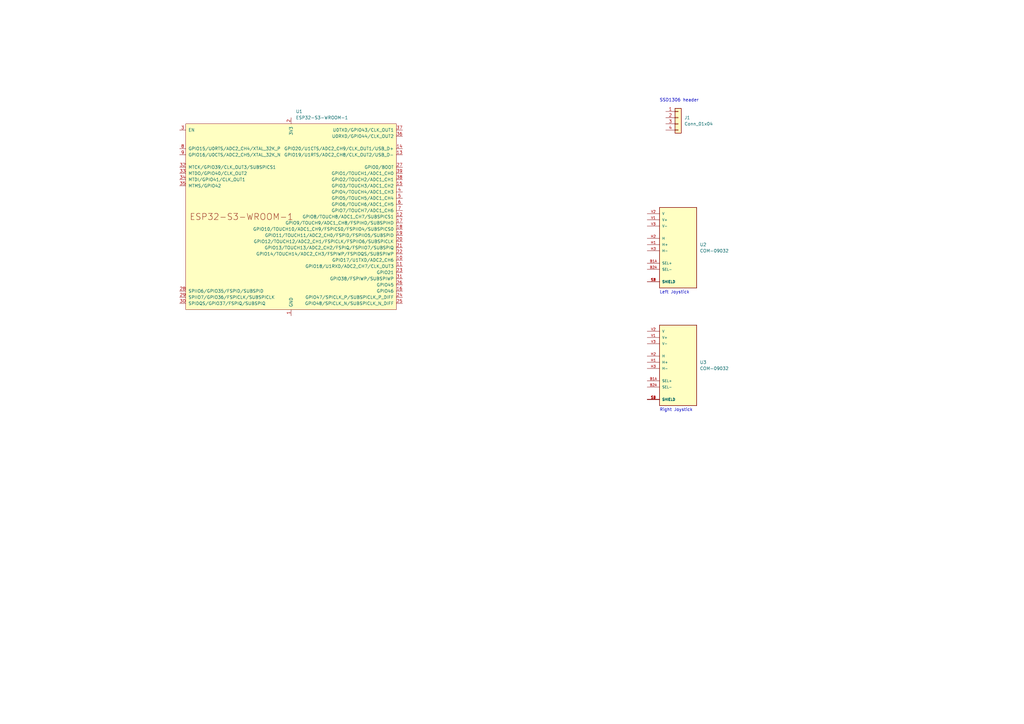
<source format=kicad_sch>
(kicad_sch (version 20230121) (generator eeschema)
  (paper "A3")
  (title_block (title "battlebot transmitter") (date "2023-12-04") (rev "1.0") (company "Gustaf Eden"))
  (lib_symbols
    (symbol "COM-09032:COM-09032" (pin_names (offset 1.016))
      (property "Reference" "U" (at -7.62 16.002 0))
      (property "Value" "COM-09032" (at -7.62 -20.32 0))
      (symbol "COM-09032_0_0"
        (rectangle (start -7.62 -17.78) (end 7.62 15.24) (stroke (width 0.254)) (fill (type background)))
        (pin passive line (at -12.7 -7.62 0) (length 5.08) (name "SEL+") (number "B1A"))
        (pin passive line (at -12.7 -10.16 0) (length 5.08) (name "SEL-") (number "B2A"))
        (pin passive line (at -12.7 0 0) (length 5.08) (name "H+") (number "H1"))
        (pin passive line (at -12.7 2.54 0) (length 5.08) (name "H") (number "H2"))
        (pin passive line (at -12.7 -2.54 0) (length 5.08) (name "H-") (number "H3"))
        (pin passive line (at -12.7 -15.24 0) (length 5.08) (name "SHIELD") (number "S1"))
        (pin passive line (at -12.7 -15.24 0) (length 5.08) (name "SHIELD") (number "S2"))
        (pin passive line (at -12.7 -15.24 0) (length 5.08) (name "SHIELD") (number "S3"))
        (pin passive line (at -12.7 -15.24 0) (length 5.08) (name "SHIELD") (number "S4"))
        (pin passive line (at -12.7 10.16 0) (length 5.08) (name "V+") (number "V1"))
        (pin passive line (at -12.7 12.7 0) (length 5.08) (name "V") (number "V2"))
        (pin passive line (at -12.7 7.62 0) (length 5.08) (name "V-") (number "V3"))
      )
    )
    (symbol "Connector_Generic:Conn_01x04" (pin_names (offset 1.016) hide)
      (property "Reference" "J" (at 0 5.08 0))
      (property "Value" "Conn_01x04" (at 0 -7.62 0))
      (symbol "Conn_01x04_1_1"
        (rectangle (start -1.27 -4.953) (end 0 -5.207) (stroke (width 0.1524)))
        (rectangle (start -1.27 -2.413) (end 0 -2.667) (stroke (width 0.1524)))
        (rectangle (start -1.27 0.127) (end 0 -0.127) (stroke (width 0.1524)))
        (rectangle (start -1.27 2.667) (end 0 2.413) (stroke (width 0.1524)))
        (rectangle (start -1.27 3.81) (end 1.27 -6.35) (stroke (width 0.254)) (fill (type background)))
        (pin passive line (at -5.08 2.54 0) (length 3.81) (name "Pin_1") (number "1"))
        (pin passive line (at -5.08 0 0) (length 3.81) (name "Pin_2") (number "2"))
        (pin passive line (at -5.08 -2.54 0) (length 3.81) (name "Pin_3") (number "3"))
        (pin passive line (at -5.08 -5.08 0) (length 3.81) (name "Pin_4") (number "4"))
      )
    )
    (symbol "PCM_Espressif:ESP32-S3-WROOM-1" (pin_names (offset 1.016))
      (property "Reference" "U" (at -43.18 43.18 0))
      (property "Value" "ESP32-S3-WROOM-1" (at -43.18 40.64 0))
      (symbol "ESP32-S3-WROOM-1_0_0"
        (text "ESP32-S3-WROOM-1" (at -20.32 0 0) (effects (font (size 2.54 2.54))))
        (pin power_in line (at 0 -40.64 90) (length 2.54) (name "GND") (number "1"))
        (pin bidirectional line (at 45.72 -17.78 180) (length 2.54) (name "GPIO17/U1TXD/ADC2_CH6") (number "10"))
        (pin bidirectional line (at 45.72 -20.32 180) (length 2.54) (name "GPIO18/U1RXD/ADC2_CH7/CLK_OUT3") (number "11"))
        (pin bidirectional line (at 45.72 0 180) (length 2.54) (name "GPIO8/TOUCH8/ADC1_CH7/SUBSPICS1") (number "12"))
        (pin bidirectional line (at 45.72 25.4 180) (length 2.54) (name "GPIO19/U1RTS/ADC2_CH8/CLK_OUT2/USB_D-") (number "13"))
        (pin bidirectional line (at 45.72 27.94 180) (length 2.54) (name "GPIO20/U1CTS/ADC2_CH9/CLK_OUT1/USB_D+") (number "14"))
        (pin bidirectional line (at 45.72 12.7 180) (length 2.54) (name "GPIO3/TOUCH3/ADC1_CH2") (number "15"))
        (pin bidirectional line (at 45.72 -30.48 180) (length 2.54) (name "GPIO46") (number "16"))
        (pin bidirectional line (at 45.72 -2.54 180) (length 2.54) (name "GPIO9/TOUCH9/ADC1_CH8/FSPIHD/SUBSPIHD") (number "17"))
        (pin bidirectional line (at 45.72 -5.08 180) (length 2.54) (name "GPIO10/TOUCH10/ADC1_CH9/FSPICS0/FSPIIO4/SUBSPICS0") (number "18"))
        (pin bidirectional line (at 45.72 -7.62 180) (length 2.54) (name "GPIO11/TOUCH11/ADC2_CH0/FSPID/FSPIIO5/SUBSPID") (number "19"))
        (pin power_in line (at 0 40.64 270) (length 2.54) (name "3V3") (number "2"))
        (pin bidirectional line (at 45.72 -10.16 180) (length 2.54) (name "GPIO12/TOUCH12/ADC2_CH1/FSPICLK/FSPIIO6/SUBSPICLK") (number "20"))
        (pin bidirectional line (at 45.72 -12.7 180) (length 2.54) (name "GPIO13/TOUCH13/ADC2_CH2/FSPIQ/FSPIIO7/SUBSPIQ") (number "21"))
        (pin bidirectional line (at 45.72 -15.24 180) (length 2.54) (name "GPIO14/TOUCH14/ADC2_CH3/FSPIWP/FSPIDQS/SUBSPIWP") (number "22"))
        (pin bidirectional line (at 45.72 -22.86 180) (length 2.54) (name "GPIO21") (number "23"))
        (pin bidirectional line (at 45.72 -33.02 180) (length 2.54) (name "GPIO47/SPICLK_P/SUBSPICLK_P_DIFF") (number "24"))
        (pin bidirectional line (at 45.72 -35.56 180) (length 2.54) (name "GPIO48/SPICLK_N/SUBSPICLK_N_DIFF") (number "25"))
        (pin bidirectional line (at 45.72 -27.94 180) (length 2.54) (name "GPIO45") (number "26"))
        (pin bidirectional line (at 45.72 20.32 180) (length 2.54) (name "GPIO0/BOOT") (number "27"))
        (pin bidirectional line (at -45.72 -30.48 0) (length 2.54) (name "SPIIO6/GPIO35/FSPID/SUBSPID") (number "28"))
        (pin bidirectional line (at -45.72 -33.02 0) (length 2.54) (name "SPIIO7/GPIO36/FSPICLK/SUBSPICLK") (number "29"))
        (pin input line (at -45.72 35.56 0) (length 2.54) (name "EN") (number "3"))
        (pin bidirectional line (at -45.72 -35.56 0) (length 2.54) (name "SPIDQS/GPIO37/FSPIQ/SUBSPIQ") (number "30"))
        (pin bidirectional line (at 45.72 -25.4 180) (length 2.54) (name "GPIO38/FSPIWP/SUBSPIWP") (number "31"))
        (pin bidirectional line (at -45.72 20.32 0) (length 2.54) (name "MTCK/GPIO39/CLK_OUT3/SUBSPICS1") (number "32"))
        (pin bidirectional line (at -45.72 17.78 0) (length 2.54) (name "MTDO/GPIO40/CLK_OUT2") (number "33"))
        (pin bidirectional line (at -45.72 15.24 0) (length 2.54) (name "MTDI/GPIO41/CLK_OUT1") (number "34"))
        (pin bidirectional line (at -45.72 12.7 0) (length 2.54) (name "MTMS/GPIO42") (number "35"))
        (pin bidirectional line (at 45.72 33.02 180) (length 2.54) (name "U0RXD/GPIO44/CLK_OUT2") (number "36"))
        (pin bidirectional line (at 45.72 35.56 180) (length 2.54) (name "U0TXD/GPIO43/CLK_OUT1") (number "37"))
        (pin bidirectional line (at 45.72 15.24 180) (length 2.54) (name "GPIO2/TOUCH2/ADC1_CH1") (number "38"))
        (pin bidirectional line (at 45.72 17.78 180) (length 2.54) (name "GPIO1/TOUCH1/ADC1_CH0") (number "39"))
        (pin bidirectional line (at 45.72 10.16 180) (length 2.54) (name "GPIO4/TOUCH4/ADC1_CH3") (number "4"))
        (pin passive line (at 0 -40.64 90) (length 2.54) hide (name "GND") (number "40"))
        (pin passive line (at 0 -40.64 90) (length 2.54) hide (name "GND") (number "41"))
        (pin bidirectional line (at 45.72 7.62 180) (length 2.54) (name "GPIO5/TOUCH5/ADC1_CH4") (number "5"))
        (pin bidirectional line (at 45.72 5.08 180) (length 2.54) (name "GPIO6/TOUCH6/ADC1_CH5") (number "6"))
        (pin bidirectional line (at 45.72 2.54 180) (length 2.54) (name "GPIO7/TOUCH7/ADC1_CH6") (number "7"))
        (pin bidirectional line (at -45.72 27.94 0) (length 2.54) (name "GPIO15/U0RTS/ADC2_CH4/XTAL_32K_P") (number "8"))
        (pin bidirectional line (at -45.72 25.4 0) (length 2.54) (name "GPIO16/U0CTS/ADC2_CH5/XTAL_32K_N") (number "9"))
      )
      (symbol "ESP32-S3-WROOM-1_0_1"
        (rectangle (start -43.18 38.1) (end 43.18 -38.1) (fill (type background)))
      )
    )
  )
  (text "SSD1306 header" (at 270.51 41.91 0) (effects (font (size 1.27 1.27)) (justify left bottom)))
  (text "Right Joystick\n" (at 270.51 168.91 0) (effects (font (size 1.27 1.27)) (justify left bottom)))
  (text "Left Joystick\n" (at 270.51 120.65 0) (effects (font (size 1.27 1.27)) (justify left bottom)))
  (symbol (lib_id "COM-09032:COM-09032") (at 278.13 100.33 0) (unit 1)
    (property "Reference" "U2" (at 287.02 100.33 0) (effects (justify left)))
    (property "Value" "COM-09032" (at 287.02 102.87 0) (effects (justify left)))
    (property "Footprint" "COM-09032:XDCR_COM-09032" (effects hide))
    (property "MF" "SparkFun Electronics" (effects hide))
    (property "MAXIMUM_PACKAGE_HEIGHT" "30.1mm" (effects hide))
    (property "Package" "Package" (effects hide))
    (property "Price" "None" (effects hide))
    (property "Check_prices" "https://www.snapeda.com/parts/COM-09032/SparkFun+Electronics/view-part/?ref=eda" (effects hide))
    (property "STANDARD" "Manufacturer Recommendations" (effects hide))
    (property "PARTREV" "N/A" (effects hide))
    (property "SnapEDA_Link" "https://www.snapeda.com/parts/COM-09032/SparkFun+Electronics/view-part/?ref=snap" (effects hide))
    (property "MP" "COM-09032" (effects hide))
    (property "Purchase-URL" "https://www.snapeda.com/api/url_track_click_mouser/?unipart_id=888157&manufacturer=SparkFun Electronics&part_name=COM-09032&search_term=None" (effects hide))
    (property "Description" "\nJoystick, 2 - Axis Analog (Resistive) Output\n" (effects hide))
    (property "Availability" "In Stock" (effects hide))
    (property "MANUFACTURER" "SparkFun Electronics" (effects hide))
  )
  (symbol (lib_id "PCM_Espressif:ESP32-S3-WROOM-1") (at 119.38 88.9 0) (unit 1)
    (property "Reference" "U1" (at 121.3359 45.72 0) (effects (justify left)))
    (property "Value" "ESP32-S3-WROOM-1" (at 121.3359 48.26 0) (effects (justify left)))
    (property "Footprint" "PCM_Espressif:ESP32-S3-WROOM-1" (effects hide))
    (property "Datasheet" "https://www.espressif.com/sites/default/files/documentation/esp32-s3-wroom-1_wroom-1u_datasheet_en.pdf" (effects hide))
  )
  (symbol (lib_id "COM-09032:COM-09032") (at 278.13 148.59 0) (unit 1)
    (property "Reference" "U3" (at 287.02 148.59 0) (effects (justify left)))
    (property "Value" "COM-09032" (at 287.02 151.13 0) (effects (justify left)))
    (property "Footprint" "COM-09032:XDCR_COM-09032" (effects hide))
    (property "MF" "SparkFun Electronics" (effects hide))
    (property "MAXIMUM_PACKAGE_HEIGHT" "30.1mm" (effects hide))
    (property "Package" "Package" (effects hide))
    (property "Price" "None" (effects hide))
    (property "Check_prices" "https://www.snapeda.com/parts/COM-09032/SparkFun+Electronics/view-part/?ref=eda" (effects hide))
    (property "STANDARD" "Manufacturer Recommendations" (effects hide))
    (property "PARTREV" "N/A" (effects hide))
    (property "SnapEDA_Link" "https://www.snapeda.com/parts/COM-09032/SparkFun+Electronics/view-part/?ref=snap" (effects hide))
    (property "MP" "COM-09032" (effects hide))
    (property "Purchase-URL" "https://www.snapeda.com/api/url_track_click_mouser/?unipart_id=888157&manufacturer=SparkFun Electronics&part_name=COM-09032&search_term=None" (effects hide))
    (property "Description" "\nJoystick, 2 - Axis Analog (Resistive) Output\n" (effects hide))
    (property "Availability" "In Stock" (effects hide))
    (property "MANUFACTURER" "SparkFun Electronics" (effects hide))
  )
  (symbol (lib_id "Connector_Generic:Conn_01x04") (at 278.13 48.26 0) (unit 1)
    (property "Reference" "J1" (at 280.67 48.26 0) (effects (justify left)))
    (property "Value" "Conn_01x04" (at 280.67 50.8 0) (effects (justify left)))
  )
)
</source>
